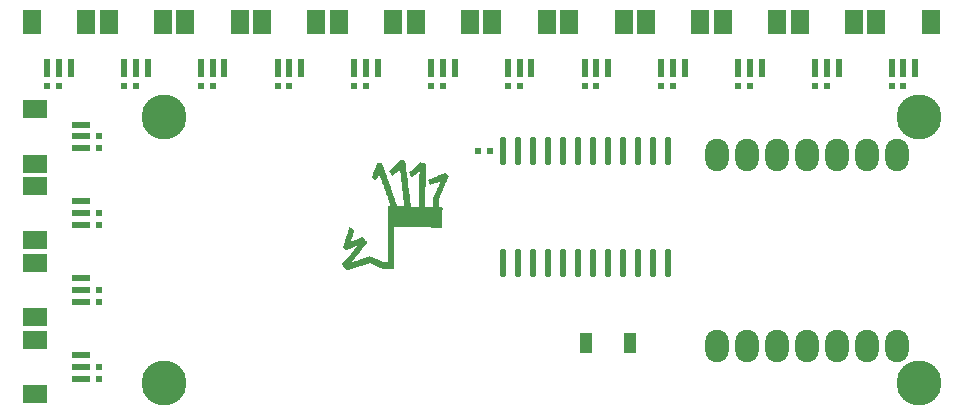
<source format=gbr>
%TF.GenerationSoftware,KiCad,Pcbnew,8.0.1*%
%TF.CreationDate,2025-02-03T01:20:01-05:00*%
%TF.ProjectId,glove-v3.1,676c6f76-652d-4763-932e-312e6b696361,rev?*%
%TF.SameCoordinates,Original*%
%TF.FileFunction,Soldermask,Top*%
%TF.FilePolarity,Negative*%
%FSLAX46Y46*%
G04 Gerber Fmt 4.6, Leading zero omitted, Abs format (unit mm)*
G04 Created by KiCad (PCBNEW 8.0.1) date 2025-02-03 01:20:01*
%MOMM*%
%LPD*%
G01*
G04 APERTURE LIST*
G04 Aperture macros list*
%AMRoundRect*
0 Rectangle with rounded corners*
0 $1 Rounding radius*
0 $2 $3 $4 $5 $6 $7 $8 $9 X,Y pos of 4 corners*
0 Add a 4 corners polygon primitive as box body*
4,1,4,$2,$3,$4,$5,$6,$7,$8,$9,$2,$3,0*
0 Add four circle primitives for the rounded corners*
1,1,$1+$1,$2,$3*
1,1,$1+$1,$4,$5*
1,1,$1+$1,$6,$7*
1,1,$1+$1,$8,$9*
0 Add four rect primitives between the rounded corners*
20,1,$1+$1,$2,$3,$4,$5,0*
20,1,$1+$1,$4,$5,$6,$7,0*
20,1,$1+$1,$6,$7,$8,$9,0*
20,1,$1+$1,$8,$9,$2,$3,0*%
G04 Aperture macros list end*
%ADD10C,0.000000*%
%ADD11RoundRect,1.000000X-0.000010X0.375000X-0.000010X-0.375000X0.000010X-0.375000X0.000010X0.375000X0*%
%ADD12C,1.524000*%
%ADD13R,0.600000X0.600000*%
%ADD14R,0.600000X1.550000*%
%ADD15R,1.500000X2.000000*%
%ADD16C,3.800000*%
%ADD17R,1.550000X0.600000*%
%ADD18R,2.000000X1.500000*%
%ADD19R,1.000000X1.800000*%
%ADD20O,0.570000X2.390000*%
G04 APERTURE END LIST*
D10*
%TO.C,G\u002A\u002A\u002A*%
G36*
X134137974Y-38143481D02*
G01*
X134168783Y-38153585D01*
X134213686Y-38168906D01*
X134269038Y-38188206D01*
X134320073Y-38206274D01*
X134387705Y-38230586D01*
X134436950Y-38249087D01*
X134470915Y-38263362D01*
X134492707Y-38274995D01*
X134505432Y-38285569D01*
X134512196Y-38296669D01*
X134515078Y-38305715D01*
X134517380Y-38320416D01*
X134522307Y-38356486D01*
X134529709Y-38412732D01*
X134539435Y-38487963D01*
X134551337Y-38580988D01*
X134565264Y-38690616D01*
X134581066Y-38815655D01*
X134598594Y-38954914D01*
X134617696Y-39107201D01*
X134638225Y-39271326D01*
X134660028Y-39446097D01*
X134682957Y-39630322D01*
X134706862Y-39822810D01*
X134731592Y-40022371D01*
X134756998Y-40227812D01*
X134758086Y-40236616D01*
X134783472Y-40441826D01*
X134808174Y-40640935D01*
X134832044Y-40832773D01*
X134854934Y-41016169D01*
X134876696Y-41189954D01*
X134897180Y-41352956D01*
X134916240Y-41504007D01*
X134933725Y-41641936D01*
X134949489Y-41765572D01*
X134963382Y-41873745D01*
X134975257Y-41965286D01*
X134984964Y-42039023D01*
X134992356Y-42093787D01*
X134997283Y-42128408D01*
X134999599Y-42141715D01*
X134999655Y-42141814D01*
X135012269Y-42144076D01*
X135044047Y-42146938D01*
X135091481Y-42150238D01*
X135151061Y-42153816D01*
X135219281Y-42157509D01*
X135292631Y-42161157D01*
X135367604Y-42164597D01*
X135440692Y-42167669D01*
X135508385Y-42170211D01*
X135567177Y-42172061D01*
X135613558Y-42173058D01*
X135644021Y-42173041D01*
X135654991Y-42171972D01*
X135655836Y-42160267D01*
X135657119Y-42127446D01*
X135658804Y-42075116D01*
X135660855Y-42004882D01*
X135663235Y-41918349D01*
X135665908Y-41817123D01*
X135668836Y-41702809D01*
X135671984Y-41577012D01*
X135675315Y-41441338D01*
X135678792Y-41297392D01*
X135682379Y-41146780D01*
X135686038Y-40991108D01*
X135689734Y-40831979D01*
X135693430Y-40671001D01*
X135697089Y-40509778D01*
X135700675Y-40349916D01*
X135704151Y-40193020D01*
X135707480Y-40040696D01*
X135710627Y-39894549D01*
X135713554Y-39756185D01*
X135716224Y-39627208D01*
X135718602Y-39509225D01*
X135720650Y-39403840D01*
X135722333Y-39312660D01*
X135723612Y-39237289D01*
X135724453Y-39179334D01*
X135724818Y-39140399D01*
X135724671Y-39122089D01*
X135724518Y-39120855D01*
X135715055Y-39126774D01*
X135689778Y-39145306D01*
X135650670Y-39174923D01*
X135599715Y-39214101D01*
X135538896Y-39261313D01*
X135470196Y-39315034D01*
X135395599Y-39373738D01*
X135389575Y-39378495D01*
X135314352Y-39437717D01*
X135244655Y-39492239D01*
X135182506Y-39540506D01*
X135129928Y-39580961D01*
X135088944Y-39612049D01*
X135061577Y-39632214D01*
X135049849Y-39639900D01*
X135049673Y-39639931D01*
X135042062Y-39630190D01*
X135026951Y-39603548D01*
X135006174Y-39563827D01*
X134981566Y-39514850D01*
X134954958Y-39460440D01*
X134928187Y-39404419D01*
X134903084Y-39350610D01*
X134881485Y-39302836D01*
X134865223Y-39264920D01*
X134856131Y-39240685D01*
X134854956Y-39234024D01*
X134857845Y-39230083D01*
X134865376Y-39222054D01*
X134878562Y-39209001D01*
X134898415Y-39189984D01*
X134925949Y-39164065D01*
X134962178Y-39130307D01*
X135008113Y-39087771D01*
X135064769Y-39035519D01*
X135133158Y-38972613D01*
X135214294Y-38898114D01*
X135309189Y-38811085D01*
X135418856Y-38710587D01*
X135542089Y-38597717D01*
X135804643Y-38357282D01*
X136019404Y-38425828D01*
X136085815Y-38447334D01*
X136144921Y-38467063D01*
X136193249Y-38483806D01*
X136227323Y-38496357D01*
X136243672Y-38503509D01*
X136244357Y-38504018D01*
X136245816Y-38516740D01*
X136246911Y-38551010D01*
X136247644Y-38605651D01*
X136248019Y-38679486D01*
X136248040Y-38771336D01*
X136247711Y-38880024D01*
X136247034Y-39004372D01*
X136246014Y-39143204D01*
X136244653Y-39295340D01*
X136242956Y-39459603D01*
X136240974Y-39630844D01*
X136238152Y-39858904D01*
X136235455Y-40067273D01*
X136232825Y-40258990D01*
X136230206Y-40437095D01*
X136227541Y-40604624D01*
X136224773Y-40764618D01*
X136221846Y-40920114D01*
X136218702Y-41074151D01*
X136215286Y-41229767D01*
X136211540Y-41390001D01*
X136207408Y-41557892D01*
X136202833Y-41736477D01*
X136198751Y-41891486D01*
X136191011Y-42182598D01*
X136517280Y-42191015D01*
X136601034Y-42193008D01*
X136677169Y-42194499D01*
X136742789Y-42195457D01*
X136795000Y-42195850D01*
X136830907Y-42195649D01*
X136847616Y-42194822D01*
X136848424Y-42194557D01*
X136849913Y-42182457D01*
X136851948Y-42150264D01*
X136854416Y-42100604D01*
X136857200Y-42036102D01*
X136860188Y-41959386D01*
X136863264Y-41873081D01*
X136865804Y-41795975D01*
X136878309Y-41402267D01*
X137188150Y-40705795D01*
X137240608Y-40587580D01*
X137290046Y-40475591D01*
X137335729Y-40371532D01*
X137376920Y-40277109D01*
X137412882Y-40194027D01*
X137442880Y-40123989D01*
X137466178Y-40068701D01*
X137482039Y-40029869D01*
X137489727Y-40009195D01*
X137490256Y-40006190D01*
X137478172Y-40009094D01*
X137446948Y-40018701D01*
X137398908Y-40034239D01*
X137336378Y-40054937D01*
X137261682Y-40080022D01*
X137177145Y-40108724D01*
X137085092Y-40140269D01*
X137052519Y-40151497D01*
X136958463Y-40183682D01*
X136871107Y-40213028D01*
X136792775Y-40238794D01*
X136725793Y-40260240D01*
X136672486Y-40276626D01*
X136635177Y-40287212D01*
X136616192Y-40291257D01*
X136614319Y-40291007D01*
X136605526Y-40275135D01*
X136591608Y-40242723D01*
X136573948Y-40197722D01*
X136553935Y-40144082D01*
X136532952Y-40085755D01*
X136512386Y-40026691D01*
X136493621Y-39970841D01*
X136478044Y-39922155D01*
X136467041Y-39884584D01*
X136461996Y-39862079D01*
X136462291Y-39857529D01*
X136474477Y-39852033D01*
X136506150Y-39839231D01*
X136555518Y-39819812D01*
X136620791Y-39794465D01*
X136700179Y-39763879D01*
X136791891Y-39728744D01*
X136894136Y-39689748D01*
X137005124Y-39647579D01*
X137123064Y-39602928D01*
X137173309Y-39583951D01*
X137873796Y-39319580D01*
X138037023Y-39418631D01*
X138091169Y-39451531D01*
X138138080Y-39480115D01*
X138174502Y-39502396D01*
X138197182Y-39516383D01*
X138203218Y-39520236D01*
X138199340Y-39530841D01*
X138187235Y-39560926D01*
X138167514Y-39609030D01*
X138140784Y-39673693D01*
X138107655Y-39753453D01*
X138068736Y-39846849D01*
X138024636Y-39952420D01*
X137975963Y-40068705D01*
X137923328Y-40194242D01*
X137867339Y-40327570D01*
X137808605Y-40467229D01*
X137797591Y-40493395D01*
X137388996Y-41463999D01*
X137381970Y-41810621D01*
X137380043Y-41898264D01*
X137377973Y-41979444D01*
X137375858Y-42051132D01*
X137373799Y-42110293D01*
X137371896Y-42153898D01*
X137370247Y-42178913D01*
X137369729Y-42182813D01*
X137368464Y-42197669D01*
X137375945Y-42205290D01*
X137397299Y-42208082D01*
X137424396Y-42208452D01*
X137465516Y-42209424D01*
X137518630Y-42211926D01*
X137573096Y-42215443D01*
X137579677Y-42215945D01*
X137675078Y-42223371D01*
X137667769Y-42599434D01*
X137665866Y-42700104D01*
X137663727Y-42817962D01*
X137661447Y-42947471D01*
X137659122Y-43083092D01*
X137656846Y-43219287D01*
X137654714Y-43350519D01*
X137653039Y-43457151D01*
X137645619Y-43938803D01*
X137422890Y-43931349D01*
X137379004Y-43929975D01*
X137314384Y-43928086D01*
X137231020Y-43925736D01*
X137130898Y-43922978D01*
X137016009Y-43919864D01*
X136888340Y-43916449D01*
X136749880Y-43912786D01*
X136602618Y-43908926D01*
X136448542Y-43904924D01*
X136289640Y-43900833D01*
X136127901Y-43896706D01*
X136097789Y-43895941D01*
X135930433Y-43891688D01*
X135761799Y-43887385D01*
X135594295Y-43883093D01*
X135430330Y-43878877D01*
X135272313Y-43874797D01*
X135122654Y-43870917D01*
X134983760Y-43867299D01*
X134858042Y-43864005D01*
X134747908Y-43861098D01*
X134655768Y-43858640D01*
X134586290Y-43856757D01*
X134475394Y-43853721D01*
X134357160Y-43850499D01*
X134237148Y-43847241D01*
X134120919Y-43844098D01*
X134014032Y-43841220D01*
X133922047Y-43838758D01*
X133890205Y-43837911D01*
X133603248Y-43830296D01*
X133601827Y-44814955D01*
X133601582Y-44962694D01*
X133601286Y-45103973D01*
X133600945Y-45237131D01*
X133600567Y-45360509D01*
X133600159Y-45472446D01*
X133599729Y-45571283D01*
X133599282Y-45655361D01*
X133598827Y-45723018D01*
X133598370Y-45772596D01*
X133597918Y-45802434D01*
X133597565Y-45810979D01*
X133597076Y-45823955D01*
X133596574Y-45857821D01*
X133596069Y-45910737D01*
X133595571Y-45980862D01*
X133595088Y-46066358D01*
X133594631Y-46165385D01*
X133594210Y-46276102D01*
X133593833Y-46396670D01*
X133593510Y-46525249D01*
X133593304Y-46629234D01*
X133591883Y-47436124D01*
X133110067Y-47436124D01*
X132628252Y-47436124D01*
X132063235Y-47184688D01*
X131498218Y-46933251D01*
X131451202Y-46947223D01*
X131431867Y-46953144D01*
X131392905Y-46965225D01*
X131336322Y-46982839D01*
X131264127Y-47005356D01*
X131178325Y-47032147D01*
X131080925Y-47062585D01*
X130973933Y-47096040D01*
X130859356Y-47131884D01*
X130739202Y-47169488D01*
X130615477Y-47208224D01*
X130490190Y-47247462D01*
X130365345Y-47286575D01*
X130242952Y-47324933D01*
X130125017Y-47361908D01*
X130013547Y-47396871D01*
X129910549Y-47429193D01*
X129818030Y-47458247D01*
X129737998Y-47483402D01*
X129672460Y-47504032D01*
X129623421Y-47519506D01*
X129592891Y-47529196D01*
X129584392Y-47531939D01*
X129537483Y-47547443D01*
X129411907Y-47369614D01*
X129367821Y-47307203D01*
X129323774Y-47244880D01*
X129283182Y-47187478D01*
X129249467Y-47139833D01*
X129229297Y-47111364D01*
X129172264Y-47030943D01*
X129803465Y-46243993D01*
X129896812Y-46127500D01*
X129985894Y-46016114D01*
X130069706Y-45911102D01*
X130147246Y-45813730D01*
X130217510Y-45725267D01*
X130279494Y-45646979D01*
X130332196Y-45580134D01*
X130374610Y-45525999D01*
X130405735Y-45485841D01*
X130424567Y-45460927D01*
X130430159Y-45452536D01*
X130419044Y-45455772D01*
X130389196Y-45466891D01*
X130342851Y-45485001D01*
X130282242Y-45509205D01*
X130209603Y-45538609D01*
X130127167Y-45572319D01*
X130037169Y-45609439D01*
X130000066Y-45624828D01*
X129906636Y-45663627D01*
X129819034Y-45699981D01*
X129739648Y-45732900D01*
X129670864Y-45761395D01*
X129615072Y-45784478D01*
X129574658Y-45801160D01*
X129552011Y-45810450D01*
X129548727Y-45811772D01*
X129537044Y-45813981D01*
X129522798Y-45810364D01*
X129503117Y-45798983D01*
X129475133Y-45777900D01*
X129435973Y-45745175D01*
X129386781Y-45702392D01*
X129340544Y-45661353D01*
X129300980Y-45625356D01*
X129270992Y-45597114D01*
X129253481Y-45579338D01*
X129250163Y-45574752D01*
X129253328Y-45561259D01*
X129262724Y-45528347D01*
X129277723Y-45478012D01*
X129297693Y-45412255D01*
X129322004Y-45333073D01*
X129350026Y-45242466D01*
X129381128Y-45142431D01*
X129414680Y-45034968D01*
X129450050Y-44922075D01*
X129486610Y-44805750D01*
X129523728Y-44687991D01*
X129560773Y-44570799D01*
X129597116Y-44456170D01*
X129632126Y-44346104D01*
X129665172Y-44242599D01*
X129695623Y-44147653D01*
X129722851Y-44063266D01*
X129746223Y-43991436D01*
X129765110Y-43934160D01*
X129778881Y-43893439D01*
X129786905Y-43871270D01*
X129788676Y-43867700D01*
X129800865Y-43873289D01*
X129829494Y-43888961D01*
X129871572Y-43913000D01*
X129924111Y-43943691D01*
X129984122Y-43979318D01*
X130006030Y-43992451D01*
X130213751Y-44117280D01*
X130049965Y-44618988D01*
X130016796Y-44720914D01*
X129986039Y-44816057D01*
X129958371Y-44902274D01*
X129934471Y-44977423D01*
X129915015Y-45039363D01*
X129900683Y-45085952D01*
X129892151Y-45115047D01*
X129890002Y-45124519D01*
X129900906Y-45120997D01*
X129930578Y-45109388D01*
X129976897Y-45090572D01*
X130037744Y-45065428D01*
X130111002Y-45034836D01*
X130194549Y-44999675D01*
X130286268Y-44960825D01*
X130358445Y-44930093D01*
X130823065Y-44731844D01*
X131082373Y-44926093D01*
X131149072Y-44976399D01*
X131209416Y-45022569D01*
X131261111Y-45062793D01*
X131301862Y-45095264D01*
X131329374Y-45118173D01*
X131341351Y-45129710D01*
X131341682Y-45130470D01*
X131334732Y-45140593D01*
X131314527Y-45167222D01*
X131282036Y-45209132D01*
X131238227Y-45265099D01*
X131184067Y-45333898D01*
X131120526Y-45414306D01*
X131048570Y-45505098D01*
X130969168Y-45605050D01*
X130883289Y-45712938D01*
X130791899Y-45827538D01*
X130695968Y-45947625D01*
X130653894Y-46000230D01*
X130556431Y-46122137D01*
X130463168Y-46238970D01*
X130375065Y-46349516D01*
X130293083Y-46452563D01*
X130218182Y-46546898D01*
X130151322Y-46631306D01*
X130093464Y-46704577D01*
X130045567Y-46765495D01*
X130008592Y-46812849D01*
X129983499Y-46845425D01*
X129971249Y-46862011D01*
X129970171Y-46863928D01*
X129981323Y-46861031D01*
X130012266Y-46851354D01*
X130061288Y-46835469D01*
X130126671Y-46813947D01*
X130206701Y-46787359D01*
X130299662Y-46756277D01*
X130403840Y-46721273D01*
X130517519Y-46682918D01*
X130638984Y-46641783D01*
X130742674Y-46606556D01*
X130869560Y-46563455D01*
X130990314Y-46522573D01*
X131103187Y-46484491D01*
X131206433Y-46449794D01*
X131298305Y-46419063D01*
X131377055Y-46392883D01*
X131440937Y-46371835D01*
X131488203Y-46356504D01*
X131517107Y-46347472D01*
X131525837Y-46345174D01*
X131538728Y-46349726D01*
X131570368Y-46362786D01*
X131618799Y-46383497D01*
X131682060Y-46411000D01*
X131758193Y-46444435D01*
X131845237Y-46482945D01*
X131941234Y-46525671D01*
X132044224Y-46571754D01*
X132096417Y-46595196D01*
X132652271Y-46845162D01*
X132836735Y-46845162D01*
X133021199Y-46845162D01*
X133027931Y-46734357D01*
X133028641Y-46711883D01*
X133029396Y-46667841D01*
X133030187Y-46603389D01*
X133031009Y-46519688D01*
X133031855Y-46417898D01*
X133032718Y-46299178D01*
X133033593Y-46164690D01*
X133034473Y-46015593D01*
X133035350Y-45853046D01*
X133036219Y-45678211D01*
X133037074Y-45492247D01*
X133037907Y-45296314D01*
X133038712Y-45091572D01*
X133039483Y-44879181D01*
X133040213Y-44660302D01*
X133040896Y-44436093D01*
X133041011Y-44396080D01*
X133041680Y-44172157D01*
X133042391Y-43953986D01*
X133043139Y-43742679D01*
X133043918Y-43539352D01*
X133044721Y-43345120D01*
X133045543Y-43161097D01*
X133046376Y-42988398D01*
X133047215Y-42828138D01*
X133048054Y-42681430D01*
X133048887Y-42549391D01*
X133049707Y-42433134D01*
X133050508Y-42333775D01*
X133051285Y-42252427D01*
X133052030Y-42190207D01*
X133052738Y-42148227D01*
X133053403Y-42127604D01*
X133053550Y-42125990D01*
X133059742Y-42083373D01*
X133173606Y-42083373D01*
X133225988Y-42082873D01*
X133259168Y-42081018D01*
X133276657Y-42077268D01*
X133281968Y-42071086D01*
X133281153Y-42066913D01*
X133276552Y-42054343D01*
X133264679Y-42021710D01*
X133246009Y-41970325D01*
X133221016Y-41901493D01*
X133190176Y-41816522D01*
X133153961Y-41716720D01*
X133112846Y-41603395D01*
X133067307Y-41477854D01*
X133017816Y-41341404D01*
X132964849Y-41195353D01*
X132908880Y-41041009D01*
X132850384Y-40879679D01*
X132795655Y-40728725D01*
X132735314Y-40562338D01*
X132677078Y-40401850D01*
X132621418Y-40248559D01*
X132568809Y-40103765D01*
X132519723Y-39968766D01*
X132474633Y-39844862D01*
X132434013Y-39733351D01*
X132398336Y-39635532D01*
X132368075Y-39552705D01*
X132343702Y-39486167D01*
X132325692Y-39437218D01*
X132314516Y-39407157D01*
X132310684Y-39397309D01*
X132304186Y-39404358D01*
X132288817Y-39429164D01*
X132265979Y-39469212D01*
X132237077Y-39521983D01*
X132203513Y-39584961D01*
X132167070Y-39654892D01*
X132130069Y-39726297D01*
X132096306Y-39790795D01*
X132067215Y-39845698D01*
X132044228Y-39888323D01*
X132028780Y-39915983D01*
X132022369Y-39925967D01*
X132010953Y-39921172D01*
X131984821Y-39905227D01*
X131947449Y-39880606D01*
X131902318Y-39849779D01*
X131852905Y-39815219D01*
X131802689Y-39779399D01*
X131755149Y-39744789D01*
X131713763Y-39713863D01*
X131682009Y-39689093D01*
X131663367Y-39672950D01*
X131659919Y-39668384D01*
X131664029Y-39656047D01*
X131675974Y-39624572D01*
X131694992Y-39575863D01*
X131720327Y-39511823D01*
X131751219Y-39434357D01*
X131786909Y-39345368D01*
X131826638Y-39246762D01*
X131869648Y-39140442D01*
X131905608Y-39051851D01*
X131958314Y-38922386D01*
X132003269Y-38812473D01*
X132041166Y-38720559D01*
X132072698Y-38645092D01*
X132098556Y-38584522D01*
X132119433Y-38537296D01*
X132136023Y-38501863D01*
X132149016Y-38476672D01*
X132159106Y-38460169D01*
X132166986Y-38450804D01*
X132173348Y-38447025D01*
X132175662Y-38446730D01*
X132199380Y-38447804D01*
X132238471Y-38450677D01*
X132288416Y-38454906D01*
X132344697Y-38460051D01*
X132402796Y-38465669D01*
X132458195Y-38471318D01*
X132506376Y-38476558D01*
X132542821Y-38480946D01*
X132563013Y-38484041D01*
X132565552Y-38484842D01*
X132569768Y-38495917D01*
X132581091Y-38527337D01*
X132599131Y-38577991D01*
X132623497Y-38646769D01*
X132653799Y-38732558D01*
X132689646Y-38834249D01*
X132730648Y-38950729D01*
X132776412Y-39080887D01*
X132826550Y-39223613D01*
X132880670Y-39377795D01*
X132938381Y-39542321D01*
X132999293Y-39716081D01*
X133063015Y-39897963D01*
X133129157Y-40086857D01*
X133197327Y-40281650D01*
X133202018Y-40295057D01*
X133270277Y-40490152D01*
X133336496Y-40679393D01*
X133400288Y-40861673D01*
X133461263Y-41035882D01*
X133519034Y-41200911D01*
X133573212Y-41355652D01*
X133623409Y-41498996D01*
X133669236Y-41629834D01*
X133710305Y-41747057D01*
X133746227Y-41849557D01*
X133776615Y-41936224D01*
X133801080Y-42005951D01*
X133819233Y-42057628D01*
X133830687Y-42090147D01*
X133835052Y-42102399D01*
X133835083Y-42102469D01*
X133846347Y-42103326D01*
X133877315Y-42104679D01*
X133924969Y-42106422D01*
X133986293Y-42108452D01*
X134058268Y-42110662D01*
X134129018Y-42112701D01*
X134219643Y-42115075D01*
X134289972Y-42116469D01*
X134342418Y-42116822D01*
X134379398Y-42116068D01*
X134403324Y-42114144D01*
X134416612Y-42110987D01*
X134421676Y-42106532D01*
X134421951Y-42104969D01*
X134420852Y-42090030D01*
X134417441Y-42054300D01*
X134411891Y-41999358D01*
X134404376Y-41926780D01*
X134395066Y-41838142D01*
X134384135Y-41735021D01*
X134371754Y-41618995D01*
X134358097Y-41491640D01*
X134343334Y-41354533D01*
X134327640Y-41209251D01*
X134311185Y-41057370D01*
X134294143Y-40900467D01*
X134276686Y-40740120D01*
X134258986Y-40577904D01*
X134241215Y-40415397D01*
X134223546Y-40254176D01*
X134206151Y-40095816D01*
X134189202Y-39941897D01*
X134172872Y-39793992D01*
X134157333Y-39653681D01*
X134142758Y-39522540D01*
X134129319Y-39402144D01*
X134117187Y-39294072D01*
X134106537Y-39199900D01*
X134097538Y-39121204D01*
X134090366Y-39059563D01*
X134085190Y-39016551D01*
X134082185Y-38993747D01*
X134081538Y-38990400D01*
X134071545Y-38995571D01*
X134046460Y-39013797D01*
X134008455Y-39043347D01*
X133959702Y-39082493D01*
X133902373Y-39129504D01*
X133838640Y-39182652D01*
X133813494Y-39203844D01*
X133743155Y-39263258D01*
X133674310Y-39321348D01*
X133610034Y-39375524D01*
X133553404Y-39423196D01*
X133507495Y-39461772D01*
X133475382Y-39488662D01*
X133471817Y-39491635D01*
X133391527Y-39558513D01*
X133286573Y-39360790D01*
X133181619Y-39163067D01*
X133648896Y-38651452D01*
X133732174Y-38560426D01*
X133810983Y-38474578D01*
X133883982Y-38395353D01*
X133949827Y-38324193D01*
X134007177Y-38262541D01*
X134054689Y-38211840D01*
X134091020Y-38173533D01*
X134114828Y-38149063D01*
X134124771Y-38139872D01*
X134124904Y-38139838D01*
X134137974Y-38143481D01*
G37*
%TD*%
D11*
%TO.C,U1*%
X176134400Y-37765800D03*
D12*
X176150000Y-38150000D03*
D11*
X173594400Y-37765800D03*
D12*
X173610000Y-38150000D03*
D11*
X171054400Y-37765800D03*
D12*
X171070000Y-38150000D03*
D11*
X168514400Y-37765800D03*
D12*
X168530000Y-38150000D03*
D11*
X165974400Y-37765800D03*
D12*
X165990000Y-38150000D03*
D11*
X163434400Y-37765800D03*
D12*
X163450000Y-38150000D03*
D11*
X160894400Y-37765800D03*
D12*
X160910000Y-38150000D03*
X160910000Y-53542400D03*
D11*
X160894400Y-53930800D03*
D12*
X163450000Y-53542400D03*
D11*
X163434400Y-53930800D03*
D12*
X165990000Y-53542400D03*
D11*
X165974400Y-53930800D03*
D12*
X168530000Y-53542400D03*
D11*
X168514400Y-53930800D03*
D12*
X171070000Y-53542400D03*
D11*
X171054400Y-53930800D03*
D12*
X173610000Y-53542400D03*
D11*
X173594400Y-53930800D03*
D12*
X176150000Y-53542400D03*
D11*
X176134400Y-53930800D03*
%TD*%
D13*
%TO.C,C16*%
X141650000Y-37450000D03*
X140650000Y-37450000D03*
%TD*%
%TO.C,C11*%
X150700000Y-31900000D03*
X149700000Y-31900000D03*
%TD*%
%TO.C,C14*%
X170200000Y-31900000D03*
X169200000Y-31900000D03*
%TD*%
%TO.C,C15*%
X176700000Y-31900000D03*
X175700000Y-31900000D03*
%TD*%
D14*
%TO.C,H13*%
X164700000Y-30380000D03*
X163700000Y-30380000D03*
X162700000Y-30380000D03*
D15*
X161400000Y-26500000D03*
X166000000Y-26500000D03*
%TD*%
D16*
%TO.C,REF\u002A\u002A*%
X114050000Y-34550000D03*
%TD*%
D14*
%TO.C,H9*%
X138700000Y-30380000D03*
X137700000Y-30380000D03*
X136700000Y-30380000D03*
D15*
X135400000Y-26500000D03*
X140000000Y-26500000D03*
%TD*%
D14*
%TO.C,H14*%
X171200000Y-30380000D03*
X170200000Y-30380000D03*
X169200000Y-30380000D03*
D15*
X167900000Y-26500000D03*
X172500000Y-26500000D03*
%TD*%
D17*
%TO.C,H2*%
X107040000Y-41700000D03*
X107040000Y-42700000D03*
X107040000Y-43700000D03*
D18*
X103160000Y-45000000D03*
X103160000Y-40400000D03*
%TD*%
D13*
%TO.C,C3*%
X108600000Y-36200000D03*
X108600000Y-37200000D03*
%TD*%
%TO.C,C5*%
X111700000Y-31900000D03*
X110700000Y-31900000D03*
%TD*%
D17*
%TO.C,H3*%
X107040000Y-35200000D03*
X107040000Y-36200000D03*
X107040000Y-37200000D03*
D18*
X103160000Y-38500000D03*
X103160000Y-33900000D03*
%TD*%
D13*
%TO.C,C0*%
X108600000Y-55700000D03*
X108600000Y-56700000D03*
%TD*%
D19*
%TO.C,U3*%
X153550000Y-53700000D03*
X149850000Y-53700000D03*
%TD*%
D16*
%TO.C,REF\u002A\u002A*%
X178050000Y-57050000D03*
%TD*%
D13*
%TO.C,C9*%
X137700000Y-31900000D03*
X136700000Y-31900000D03*
%TD*%
%TO.C,C4*%
X105200000Y-31900000D03*
X104200000Y-31900000D03*
%TD*%
D14*
%TO.C,H10*%
X145200000Y-30380000D03*
X144200000Y-30380000D03*
X143200000Y-30380000D03*
D15*
X141900000Y-26500000D03*
X146500000Y-26500000D03*
%TD*%
D14*
%TO.C,H12*%
X158200000Y-30380000D03*
X157200000Y-30380000D03*
X156200000Y-30380000D03*
D15*
X154900000Y-26500000D03*
X159500000Y-26500000D03*
%TD*%
D16*
%TO.C,REF\u002A\u002A*%
X114050000Y-57050000D03*
%TD*%
D13*
%TO.C,C12*%
X157200000Y-31900000D03*
X156200000Y-31900000D03*
%TD*%
D17*
%TO.C,H1*%
X107040000Y-48200000D03*
X107040000Y-49200000D03*
X107040000Y-50200000D03*
D18*
X103160000Y-51500000D03*
X103160000Y-46900000D03*
%TD*%
D13*
%TO.C,C8*%
X131200000Y-31900000D03*
X130200000Y-31900000D03*
%TD*%
%TO.C,C1*%
X108600000Y-49200000D03*
X108600000Y-50200000D03*
%TD*%
%TO.C,C2*%
X108600000Y-42700000D03*
X108600000Y-43700000D03*
%TD*%
%TO.C,C13*%
X163700000Y-31900000D03*
X162700000Y-31900000D03*
%TD*%
%TO.C,C6*%
X118200000Y-31900000D03*
X117200000Y-31900000D03*
%TD*%
D14*
%TO.C,H11*%
X151700000Y-30380000D03*
X150700000Y-30380000D03*
X149700000Y-30380000D03*
D15*
X148400000Y-26500000D03*
X153000000Y-26500000D03*
%TD*%
D20*
%TO.C,U2*%
X142810000Y-46930000D03*
X144080000Y-46930000D03*
X145350000Y-46930000D03*
X146620000Y-46930000D03*
X147890000Y-46930000D03*
X149170000Y-46930000D03*
X150430000Y-46930000D03*
X151700000Y-46930000D03*
X152970000Y-46930000D03*
X154240000Y-46930000D03*
X155510000Y-46930000D03*
X156790000Y-46930000D03*
X156790000Y-37450000D03*
X155510000Y-37450000D03*
X154240000Y-37450000D03*
X152970000Y-37450000D03*
X151700000Y-37450000D03*
X150430000Y-37450000D03*
X149170000Y-37450000D03*
X147890000Y-37450000D03*
X146620000Y-37450000D03*
X145350000Y-37450000D03*
X144080000Y-37450000D03*
X142810000Y-37450000D03*
%TD*%
D14*
%TO.C,H6*%
X119200000Y-30380000D03*
X118200000Y-30380000D03*
X117200000Y-30380000D03*
D15*
X115900000Y-26500000D03*
X120500000Y-26500000D03*
%TD*%
D14*
%TO.C,H7*%
X125700000Y-30380000D03*
X124700000Y-30380000D03*
X123700000Y-30380000D03*
D15*
X122400000Y-26500000D03*
X127000000Y-26500000D03*
%TD*%
D14*
%TO.C,H5*%
X112700000Y-30380000D03*
X111700000Y-30380000D03*
X110700000Y-30380000D03*
D15*
X109400000Y-26500000D03*
X114000000Y-26500000D03*
%TD*%
D14*
%TO.C,H4*%
X106200000Y-30380000D03*
X105200000Y-30380000D03*
X104200000Y-30380000D03*
D15*
X102900000Y-26500000D03*
X107500000Y-26500000D03*
%TD*%
D17*
%TO.C,H0*%
X107052500Y-54700000D03*
X107052500Y-55700000D03*
X107052500Y-56700000D03*
D18*
X103172500Y-58000000D03*
X103172500Y-53400000D03*
%TD*%
D14*
%TO.C,H8*%
X132200000Y-30380000D03*
X131200000Y-30380000D03*
X130200000Y-30380000D03*
D15*
X128900000Y-26500000D03*
X133500000Y-26500000D03*
%TD*%
D13*
%TO.C,C10*%
X144200000Y-31900000D03*
X143200000Y-31900000D03*
%TD*%
D14*
%TO.C,H15*%
X177700000Y-30380000D03*
X176700000Y-30380000D03*
X175700000Y-30380000D03*
D15*
X174400000Y-26500000D03*
X179000000Y-26500000D03*
%TD*%
D13*
%TO.C,C7*%
X124700000Y-31900000D03*
X123700000Y-31900000D03*
%TD*%
D16*
%TO.C,REF\u002A\u002A*%
X178050000Y-34550000D03*
%TD*%
M02*

</source>
